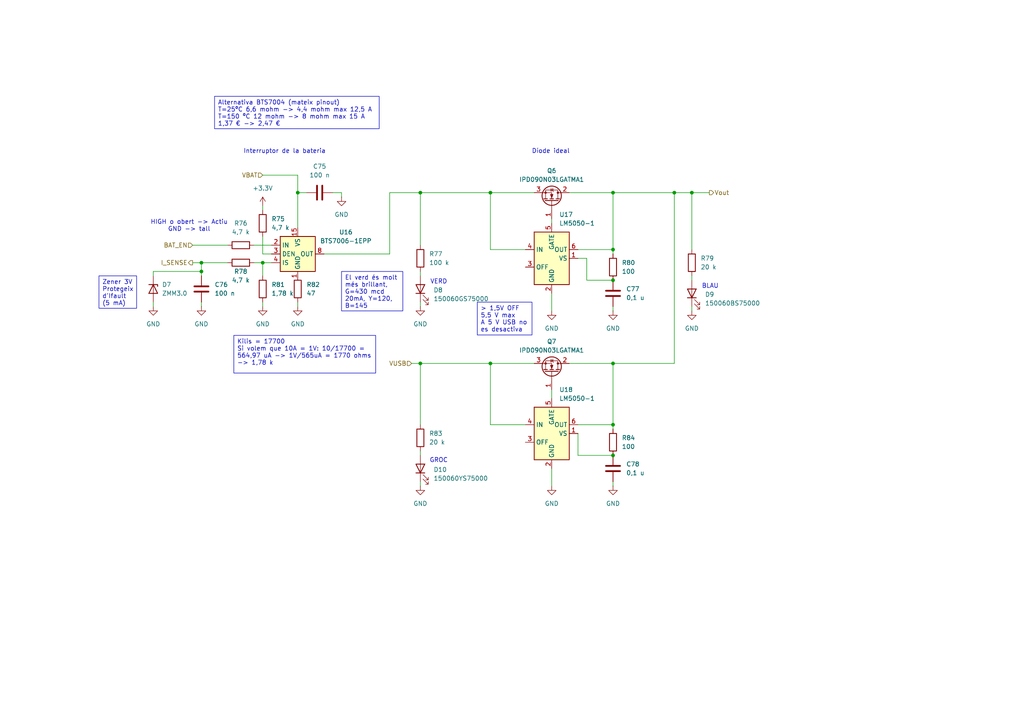
<source format=kicad_sch>
(kicad_sch (version 20231120) (generator "eeschema") (generator_version "8.0")
  (paper "A4")
  (lib_symbols
    (symbol "Device:C" (pin_numbers hide) (pin_names (offset 0.254))
      (property "Reference" "C" (at 0.635 2.54 0))
      (property "Value" "C" (at 0.635 -2.54 0))
      (symbol "C_0_1"
        (polyline (pts (xy -2.032 -0.762) (xy 2.032 -0.762)) (stroke (width 0.508)))
        (polyline (pts (xy -2.032 0.762) (xy 2.032 0.762)) (stroke (width 0.508)))
      )
      (symbol "C_1_1"
        (pin passive line (at 0 3.81 270) (length 2.794) (name "~") (number "1"))
        (pin passive line (at 0 -3.81 90) (length 2.794) (name "~") (number "2"))
      )
    )
    (symbol "Device:LED" (pin_numbers hide) (pin_names (offset 1.016) hide)
      (property "Reference" "D" (at 0 2.54 0))
      (property "Value" "LED" (at 0 -2.54 0))
      (symbol "LED_0_1"
        (polyline (pts (xy -1.27 -1.27) (xy -1.27 1.27)) (stroke (width 0.254)))
        (polyline (pts (xy -1.27 0) (xy 1.27 0)))
        (polyline (pts (xy 1.27 -1.27) (xy 1.27 1.27) (xy -1.27 0) (xy 1.27 -1.27)) (stroke (width 0.254)))
        (polyline (pts (xy -3.048 -0.762) (xy -4.572 -2.286) (xy -3.81 -2.286) (xy -4.572 -2.286) (xy -4.572 -1.524)))
        (polyline (pts (xy -1.778 -0.762) (xy -3.302 -2.286) (xy -2.54 -2.286) (xy -3.302 -2.286) (xy -3.302 -1.524)))
      )
      (symbol "LED_1_1"
        (pin passive line (at -3.81 0 0) (length 2.54) (name "K") (number "1"))
        (pin passive line (at 3.81 0 180) (length 2.54) (name "A") (number "2"))
      )
    )
    (symbol "Device:R" (pin_numbers hide) (pin_names (offset 0))
      (property "Reference" "R" (at 2.032 0 90))
      (property "Value" "R" (at 0 0 90))
      (symbol "R_0_1"
        (rectangle (start -1.016 -2.54) (end 1.016 2.54) (stroke (width 0.254)))
      )
      (symbol "R_1_1"
        (pin passive line (at 0 3.81 270) (length 1.27) (name "~") (number "1"))
        (pin passive line (at 0 -3.81 90) (length 1.27) (name "~") (number "2"))
      )
    )
    (symbol "Diode:ZMMxx" (pin_numbers hide) (pin_names hide)
      (property "Reference" "D" (at 0 2.54 0))
      (property "Value" "ZMMxx" (at 0 -2.54 0))
      (symbol "ZMMxx_0_1"
        (polyline (pts (xy 1.27 0) (xy -1.27 0)))
        (polyline (pts (xy -1.27 -1.27) (xy -1.27 1.27) (xy -0.762 1.27)) (stroke (width 0.254)))
        (polyline (pts (xy 1.27 -1.27) (xy 1.27 1.27) (xy -1.27 0) (xy 1.27 -1.27)) (stroke (width 0.254)))
      )
      (symbol "ZMMxx_1_1"
        (pin passive line (at -3.81 0 0) (length 2.54) (name "K") (number "1"))
        (pin passive line (at 3.81 0 180) (length 2.54) (name "A") (number "2"))
      )
    )
    (symbol "Power_Management:BTS7004-1EPP"
      (property "Reference" "U" (at -3.81 6.35 0))
      (property "Value" "BTS7004-1EPP" (at 7.62 6.35 0))
      (symbol "BTS7004-1EPP_0_1"
        (rectangle (start -5.08 5.08) (end 5.08 -5.08) (stroke (width 0.254)) (fill (type background)))
      )
      (symbol "BTS7004-1EPP_1_1"
        (pin power_in line (at 0 -7.62 90) (length 2.54) (name "GND") (number "1"))
        (pin passive line (at 7.62 0 180) (length 2.54) hide (name "OUT") (number "10"))
        (pin no_connect line (at 5.08 -5.08 180) (length 2.54) hide (name "NC") (number "11"))
        (pin passive line (at 7.62 0 180) (length 2.54) hide (name "OUT") (number "12"))
        (pin passive line (at 7.62 0 180) (length 2.54) hide (name "OUT") (number "13"))
        (pin passive line (at 7.62 0 180) (length 2.54) hide (name "OUT") (number "14"))
        (pin power_in line (at 0 7.62 270) (length 2.54) (name "VS") (number "15"))
        (pin input line (at -7.62 2.54 0) (length 2.54) (name "IN") (number "2"))
        (pin input line (at -7.62 0 0) (length 2.54) (name "DEN") (number "3"))
        (pin output line (at -7.62 -2.54 0) (length 2.54) (name "IS") (number "4"))
        (pin no_connect line (at 5.08 5.08 180) (length 2.54) hide (name "NC") (number "5"))
        (pin no_connect line (at 5.08 2.54 180) (length 2.54) hide (name "NC") (number "6"))
        (pin no_connect line (at 5.08 -2.54 180) (length 2.54) hide (name "NC") (number "7"))
        (pin power_out line (at 7.62 0 180) (length 2.54) (name "OUT") (number "8"))
        (pin passive line (at 7.62 0 180) (length 2.54) hide (name "OUT") (number "9"))
      )
    )
    (symbol "Power_Management:LM5050-1"
      (property "Reference" "U" (at -5.08 8.89 0))
      (property "Value" "LM5050-1" (at 1.27 8.89 0))
      (symbol "LM5050-1_0_1"
        (rectangle (start -5.08 7.62) (end 5.08 -7.62) (stroke (width 0.254)) (fill (type background)))
      )
      (symbol "LM5050-1_1_1"
        (pin passive line (at 7.62 0 180) (length 2.54) (name "VS") (number "1"))
        (pin power_in line (at 0 -10.16 90) (length 2.54) (name "GND") (number "2"))
        (pin input line (at -7.62 -2.54 0) (length 2.54) (name "OFF") (number "3"))
        (pin input line (at -7.62 2.54 0) (length 2.54) (name "IN") (number "4"))
        (pin output line (at 0 10.16 270) (length 2.54) (name "GATE") (number "5"))
        (pin input line (at 7.62 2.54 180) (length 2.54) (name "OUT") (number "6"))
      )
    )
    (symbol "Transistor_FET:IPD50R380CE" (pin_names hide)
      (property "Reference" "Q" (at 5.08 1.905 0))
      (property "Value" "IPD50R380CE" (at 5.08 0 0))
      (symbol "IPD50R380CE_0_1"
        (polyline (pts (xy 0.254 0) (xy -2.54 0)))
        (polyline (pts (xy 0.254 1.905) (xy 0.254 -1.905)) (stroke (width 0.254)))
        (polyline (pts (xy 0.762 -1.27) (xy 0.762 -2.286)) (stroke (width 0.254)))
        (polyline (pts (xy 0.762 0.508) (xy 0.762 -0.508)) (stroke (width 0.254)))
        (polyline (pts (xy 0.762 2.286) (xy 0.762 1.27)) (stroke (width 0.254)))
        (polyline (pts (xy 2.54 2.54) (xy 2.54 1.778)))
        (polyline (pts (xy 2.54 -2.54) (xy 2.54 0) (xy 0.762 0)))
        (polyline (pts (xy 0.762 -1.778) (xy 3.302 -1.778) (xy 3.302 1.778) (xy 0.762 1.778)))
        (polyline (pts (xy 1.016 0) (xy 2.032 0.381) (xy 2.032 -0.381) (xy 1.016 0)) (fill (type outline)))
        (polyline (pts (xy 2.794 0.508) (xy 2.921 0.381) (xy 3.683 0.381) (xy 3.81 0.254)))
        (polyline (pts (xy 3.302 0.381) (xy 2.921 -0.254) (xy 3.683 -0.254) (xy 3.302 0.381)))
        (circle (center 1.651 0) (radius 2.794) (stroke (width 0.254)))
        (circle (center 2.54 -1.778) (radius 0.254) (fill (type outline)))
        (circle (center 2.54 1.778) (radius 0.254) (fill (type outline)))
      )
      (symbol "IPD50R380CE_1_1"
        (pin input line (at -5.08 0 0) (length 2.54) (name "G") (number "1"))
        (pin passive line (at 2.54 5.08 270) (length 2.54) (name "D") (number "2"))
        (pin passive line (at 2.54 -5.08 90) (length 2.54) (name "S") (number "3"))
      )
    )
    (symbol "power:+3.3V" (power) (pin_numbers hide) (pin_names (offset 0) hide)
      (property "Value" "+3.3V" (at 0 3.556 0))
      (symbol "+3.3V_0_1"
        (polyline (pts (xy -0.762 1.27) (xy 0 2.54)))
        (polyline (pts (xy 0 0) (xy 0 2.54)))
        (polyline (pts (xy 0 2.54) (xy 0.762 1.27)))
      )
      (symbol "+3.3V_1_1"
        (pin power_in line (at 0 0 90) (length 0) (name "~") (number "1"))
      )
    )
    (symbol "power:GND" (power) (pin_numbers hide) (pin_names (offset 0) hide)
      (property "Value" "GND" (at 0 -3.81 0))
      (symbol "GND_0_1"
        (polyline (pts (xy 0 0) (xy 0 -1.27) (xy 1.27 -1.27) (xy 0 -2.54) (xy -1.27 -1.27) (xy 0 -1.27)))
      )
      (symbol "GND_1_1"
        (pin power_in line (at 0 0 270) (length 0) (name "~") (number "1"))
      )
    )
  )
  (junction (at 177.8 55.88))
  (junction (at 121.92 55.88))
  (junction (at 76.2 76.2))
  (junction (at 177.8 81.28))
  (junction (at 177.8 105.41))
  (junction (at 177.8 123.19))
  (junction (at 58.42 76.2))
  (junction (at 177.8 72.39))
  (junction (at 177.8 132.08))
  (junction (at 58.42 78.74))
  (junction (at 121.92 105.41))
  (junction (at 200.66 55.88))
  (junction (at 195.58 55.88))
  (junction (at 86.36 55.88))
  (junction (at 142.24 55.88))
  (junction (at 142.24 105.41))
  (wire (pts (xy 154.94 55.88) (xy 142.24 55.88)))
  (wire (pts (xy 121.92 78.74) (xy 121.92 80.01)))
  (wire (pts (xy 177.8 55.88) (xy 195.58 55.88)))
  (wire (pts (xy 44.45 88.9) (xy 44.45 87.63)))
  (wire (pts (xy 142.24 55.88) (xy 142.24 72.39)))
  (wire (pts (xy 58.42 87.63) (xy 58.42 88.9)))
  (wire (pts (xy 142.24 105.41) (xy 142.24 123.19)))
  (wire (pts (xy 86.36 87.63) (xy 86.36 88.9)))
  (wire (pts (xy 170.18 74.93) (xy 170.18 81.28)))
  (wire (pts (xy 160.02 63.5) (xy 160.02 64.77)))
  (wire (pts (xy 76.2 50.8) (xy 86.36 50.8)))
  (wire (pts (xy 167.64 125.73) (xy 167.64 132.08)))
  (wire (pts (xy 160.02 85.09) (xy 160.02 90.17)))
  (wire (pts (xy 177.8 123.19) (xy 167.64 123.19)))
  (wire (pts (xy 121.92 130.81) (xy 121.92 132.08)))
  (wire (pts (xy 177.8 72.39) (xy 167.64 72.39)))
  (wire (pts (xy 99.06 55.88) (xy 99.06 57.15)))
  (wire (pts (xy 86.36 50.8) (xy 86.36 55.88)))
  (wire (pts (xy 200.66 55.88) (xy 205.74 55.88)))
  (wire (pts (xy 44.45 78.74) (xy 58.42 78.74)))
  (wire (pts (xy 113.03 55.88) (xy 121.92 55.88)))
  (wire (pts (xy 177.8 72.39) (xy 177.8 73.66)))
  (wire (pts (xy 58.42 76.2) (xy 58.42 78.74)))
  (wire (pts (xy 177.8 88.9) (xy 177.8 90.17)))
  (wire (pts (xy 200.66 72.39) (xy 200.66 55.88)))
  (wire (pts (xy 177.8 55.88) (xy 177.8 72.39)))
  (wire (pts (xy 165.1 105.41) (xy 177.8 105.41)))
  (wire (pts (xy 195.58 55.88) (xy 195.58 105.41)))
  (wire (pts (xy 121.92 55.88) (xy 121.92 71.12)))
  (wire (pts (xy 167.64 132.08) (xy 177.8 132.08)))
  (wire (pts (xy 58.42 78.74) (xy 58.42 80.01)))
  (wire (pts (xy 113.03 73.66) (xy 113.03 55.88)))
  (wire (pts (xy 93.98 73.66) (xy 113.03 73.66)))
  (wire (pts (xy 55.88 71.12) (xy 66.04 71.12)))
  (wire (pts (xy 121.92 105.41) (xy 142.24 105.41)))
  (wire (pts (xy 119.38 105.41) (xy 121.92 105.41)))
  (wire (pts (xy 86.36 55.88) (xy 88.9 55.88)))
  (wire (pts (xy 177.8 123.19) (xy 177.8 124.46)))
  (wire (pts (xy 96.52 55.88) (xy 99.06 55.88)))
  (wire (pts (xy 195.58 105.41) (xy 177.8 105.41)))
  (wire (pts (xy 73.66 76.2) (xy 76.2 76.2)))
  (wire (pts (xy 170.18 81.28) (xy 177.8 81.28)))
  (wire (pts (xy 76.2 87.63) (xy 76.2 88.9)))
  (wire (pts (xy 76.2 59.69) (xy 76.2 60.96)))
  (wire (pts (xy 165.1 55.88) (xy 177.8 55.88)))
  (wire (pts (xy 86.36 55.88) (xy 86.36 66.04)))
  (wire (pts (xy 121.92 87.63) (xy 121.92 88.9)))
  (wire (pts (xy 167.64 74.93) (xy 170.18 74.93)))
  (wire (pts (xy 160.02 135.89) (xy 160.02 140.97)))
  (wire (pts (xy 177.8 139.7) (xy 177.8 140.97)))
  (wire (pts (xy 76.2 68.58) (xy 76.2 73.66)))
  (wire (pts (xy 177.8 105.41) (xy 177.8 123.19)))
  (wire (pts (xy 44.45 80.01) (xy 44.45 78.74)))
  (wire (pts (xy 121.92 55.88) (xy 142.24 55.88)))
  (wire (pts (xy 160.02 113.03) (xy 160.02 115.57)))
  (wire (pts (xy 121.92 105.41) (xy 121.92 123.19)))
  (wire (pts (xy 66.04 76.2) (xy 58.42 76.2)))
  (wire (pts (xy 86.36 80.01) (xy 86.36 81.28)))
  (wire (pts (xy 154.94 105.41) (xy 142.24 105.41)))
  (wire (pts (xy 142.24 123.19) (xy 152.4 123.19)))
  (wire (pts (xy 76.2 76.2) (xy 78.74 76.2)))
  (wire (pts (xy 195.58 55.88) (xy 200.66 55.88)))
  (wire (pts (xy 121.92 139.7) (xy 121.92 140.97)))
  (wire (pts (xy 55.88 76.2) (xy 58.42 76.2)))
  (wire (pts (xy 73.66 71.12) (xy 78.74 71.12)))
  (wire (pts (xy 142.24 72.39) (xy 152.4 72.39)))
  (wire (pts (xy 200.66 80.01) (xy 200.66 81.28)))
  (wire (pts (xy 76.2 76.2) (xy 76.2 80.01)))
  (wire (pts (xy 76.2 73.66) (xy 78.74 73.66)))
  (wire (pts (xy 200.66 88.9) (xy 200.66 90.17)))
  (text_box "Alternativa BTS7004 (mateix pinout)\nT=25ºC 6,6 mohm -> 4,4 mohm max 12,5 A\nT=150 ºC 12 mohm -> 8 mohm max 15 A\n1,37 € -> 2,47 €" (at 62.23 27.94 0) (size 47.752 9.398) (effects (font (size 1.27 1.27)) (justify left top)))
  (text_box "> 1,5V OFF 5,5 V max\nA 5 V USB no es desactiva" (at 138.43 87.63 0) (size 15.875 9.525) (effects (font (size 1.27 1.27)) (justify left top)))
  (text_box "Zener 3V\nProtegeix\nd'Ifault\n(5 mA)" (at 28.702 80.01 0) (size 10.922 9.398) (effects (font (size 1.27 1.27)) (justify left top)))
  (text_box "El verd és molt més brillant, G=430 mcd 20mA, Y=120, B=145" (at 99.06 78.74 0) (size 17.78 11.43) (effects (font (size 1.27 1.27)) (justify left top)))
  (text_box "Kilis = 17700\nSi volem que 10A = 1V: 10/17700 = 564,97 uA -> 1V/565uA = 1770 ohms -> 1,78 k" (at 67.818 97.282 0) (size 41.148 10.922) (effects (font (size 1.27 1.27)) (justify left top)))
  (text "BLAU" (at 205.994 83.058 0) (effects (font (size 1.27 1.27))))
  (text "VERD" (at 127.254 81.788 0) (effects (font (size 1.27 1.27))))
  (text "Interruptor de la bateria" (at 82.55 43.942 0) (effects (font (size 1.27 1.27))))
  (text "Díode ideal" (at 159.766 43.942 0) (effects (font (size 1.27 1.27))))
  (text "GROC" (at 127.254 133.604 0) (effects (font (size 1.27 1.27))))
  (text "HIGH o obert -> Actiu\nGND -> tall" (at 54.864 65.532 0) (effects (font (size 1.27 1.27))))
  (hierarchical_label "VBAT" (shape input) (at 76.2 50.8 180))
  (hierarchical_label "I_SENSE" (shape output) (at 55.88 76.2 180))
  (hierarchical_label "Vout" (shape output) (at 205.74 55.88 0))
  (hierarchical_label "BAT_EN" (shape input) (at 55.88 71.12 180))
  (hierarchical_label "VUSB" (shape input) (at 119.38 105.41 180))
  (symbol (lib_id "power:GND") (at 177.8 90.17 0) (unit 1)
    (property "Reference" "#PWR0141" (effects (hide yes)))
    (property "Value" "GND" (at 177.8 95.25 0))
    (property "Description" "Power symbol creates a global label with name \"GND\" , ground" (effects (hide yes)))
  )
  (symbol (lib_id "Power_Management:BTS7004-1EPP") (at 86.36 73.66 0) (unit 1)
    (property "Reference" "U16" (at 100.33 67.3414 0))
    (property "Value" "BTS7006-1EPP" (at 100.33 69.8814 0))
    (property "Footprint" "Package_SO:Infineon_PG-TSDSO-14-22" (effects (hide yes)))
    (property "Datasheet" "https://www.infineon.com/dgdl/Infineon-BTS7004-1EPP-DS-v01_00-EN.pdf?fileId=5546d4626102d35a016147550a725555" (effects (hide yes)))
    (property "Description" "Smart High-Side Power Switch, PROFET, One Channel, 12V, 15A, Rds(on) 4.4mΩ, PG-TSDSO-14-22" (effects (hide yes)))
  )
  (symbol (lib_id "Device:LED") (at 200.66 85.09 90) (unit 1)
    (property "Reference" "D9" (at 204.47 85.4074 90) (effects (justify right)))
    (property "Value" "150060BS75000" (at 204.47 87.9474 90) (effects (justify right)))
    (property "Footprint" "LED_SMD:LED_0603_1608Metric_Pad1.05x0.95mm_HandSolder" (effects (hide yes)))
    (property "Description" "Light emitting diode" (effects (hide yes)))
  )
  (symbol (lib_id "power:GND") (at 86.36 88.9 0) (unit 1)
    (property "Reference" "#PWR0138" (effects (hide yes)))
    (property "Value" "GND" (at 86.36 93.98 0))
    (property "Description" "Power symbol creates a global label with name \"GND\" , ground" (effects (hide yes)))
  )
  (symbol (lib_id "Transistor_FET:IPD50R380CE") (at 160.02 58.42 270) (mirror x) (unit 1)
    (property "Reference" "Q6" (at 160.02 49.53 90))
    (property "Value" "IPD090N03LGATMA1" (at 160.02 52.07 90))
    (property "Footprint" "Package_TO_SOT_SMD:TO-252-2" (effects (hide yes)))
  )
  (symbol (lib_id "Device:R") (at 177.8 77.47 180) (unit 1)
    (property "Reference" "R80" (at 180.34 76.1999 0) (effects (justify right)))
    (property "Value" "100" (at 180.34 78.7399 0) (effects (justify right)))
    (property "Footprint" "Resistor_SMD:R_0603_1608Metric_Pad0.98x0.95mm_HandSolder" (effects (hide yes)))
    (property "Description" "Resistor" (effects (hide yes)))
  )
  (symbol (lib_id "Device:R") (at 76.2 83.82 0) (unit 1)
    (property "Reference" "R81" (at 78.74 82.5499 0) (effects (justify left)))
    (property "Value" "1,78 k" (at 78.74 85.0899 0) (effects (justify left)))
    (property "Footprint" "Resistor_SMD:R_0603_1608Metric_Pad0.98x0.95mm_HandSolder" (effects (hide yes)))
    (property "Description" "Resistor" (effects (hide yes)))
  )
  (symbol (lib_id "Device:C") (at 58.42 83.82 0) (unit 1)
    (property "Reference" "C76" (at 62.23 82.5499 0) (effects (justify left)))
    (property "Value" "100 n" (at 62.23 85.0899 0) (effects (justify left)))
    (property "Footprint" "Capacitor_SMD:C_0603_1608Metric_Pad1.08x0.95mm_HandSolder" (effects (hide yes)))
    (property "Description" "Unpolarized capacitor" (effects (hide yes)))
  )
  (symbol (lib_id "Device:LED") (at 121.92 135.89 90) (unit 1)
    (property "Reference" "D10" (at 125.73 136.2074 90) (effects (justify right)))
    (property "Value" "150060YS75000" (at 125.73 138.7474 90) (effects (justify right)))
    (property "Footprint" "LED_SMD:LED_0603_1608Metric_Pad1.05x0.95mm_HandSolder" (effects (hide yes)))
    (property "Description" "Light emitting diode" (effects (hide yes)))
  )
  (symbol (lib_id "Device:R") (at 177.8 128.27 180) (unit 1)
    (property "Reference" "R84" (at 180.34 126.9999 0) (effects (justify right)))
    (property "Value" "100" (at 180.34 129.5399 0) (effects (justify right)))
    (property "Footprint" "Resistor_SMD:R_0603_1608Metric_Pad0.98x0.95mm_HandSolder" (effects (hide yes)))
    (property "Description" "Resistor" (effects (hide yes)))
  )
  (symbol (lib_id "Device:R") (at 121.92 127 0) (unit 1)
    (property "Reference" "R83" (at 124.46 125.7299 0) (effects (justify left)))
    (property "Value" "20 k" (at 124.46 128.2699 0) (effects (justify left)))
    (property "Footprint" "Resistor_SMD:R_0603_1608Metric_Pad0.98x0.95mm_HandSolder" (effects (hide yes)))
    (property "Description" "Resistor" (effects (hide yes)))
  )
  (symbol (lib_id "power:GND") (at 99.06 57.15 0) (unit 1)
    (property "Reference" "#PWR0133" (effects (hide yes)))
    (property "Value" "GND" (at 99.06 62.23 0))
    (property "Description" "Power symbol creates a global label with name \"GND\" , ground" (effects (hide yes)))
  )
  (symbol (lib_id "Power_Management:LM5050-1") (at 160.02 125.73 0) (unit 1)
    (property "Reference" "U18" (at 162.2141 113.03 0) (effects (justify left)))
    (property "Value" "LM5050-1" (at 162.2141 115.57 0) (effects (justify left)))
    (property "Footprint" "Package_TO_SOT_SMD:TSOT-23-6" (effects (hide yes)))
    (property "Datasheet" "http://www.ti.com/lit/ds/symlink/lm5050-1-q1.pdf" (effects (hide yes)))
    (property "Description" "High side OR-ing FET controller, 5V to 75V operation, TSOT-23-6" (effects (hide yes)))
  )
  (symbol (lib_id "power:+3.3V") (at 76.2 59.69 0) (unit 1)
    (property "Reference" "#PWR0134" (effects (hide yes)))
    (property "Value" "+3.3V" (at 76.2 54.61 0))
    (property "Description" "Power symbol creates a global label with name \"+3.3V\"" (effects (hide yes)))
  )
  (symbol (lib_id "power:GND") (at 177.8 140.97 0) (unit 1)
    (property "Reference" "#PWR0145" (effects (hide yes)))
    (property "Value" "GND" (at 177.8 146.05 0))
    (property "Description" "Power symbol creates a global label with name \"GND\" , ground" (effects (hide yes)))
  )
  (symbol (lib_id "Device:R") (at 200.66 76.2 0) (unit 1)
    (property "Reference" "R79" (at 203.2 74.9299 0) (effects (justify left)))
    (property "Value" "20 k" (at 203.2 77.4699 0) (effects (justify left)))
    (property "Footprint" "Resistor_SMD:R_0603_1608Metric_Pad0.98x0.95mm_HandSolder" (effects (hide yes)))
    (property "Description" "Resistor" (effects (hide yes)))
  )
  (symbol (lib_id "power:GND") (at 200.66 90.17 0) (unit 1)
    (property "Reference" "#PWR0142" (effects (hide yes)))
    (property "Value" "GND" (at 200.66 95.25 0))
    (property "Description" "Power symbol creates a global label with name \"GND\" , ground" (effects (hide yes)))
  )
  (symbol (lib_id "Transistor_FET:IPD50R380CE") (at 160.02 107.95 270) (mirror x) (unit 1)
    (property "Reference" "Q7" (at 160.02 99.06 90))
    (property "Value" "IPD090N03LGATMA1" (at 160.02 101.6 90))
    (property "Footprint" "Package_TO_SOT_SMD:TO-252-2" (effects (hide yes)))
  )
  (symbol (lib_id "Device:R") (at 121.92 74.93 0) (unit 1)
    (property "Reference" "R77" (at 124.46 73.6599 0) (effects (justify left)))
    (property "Value" "100 k" (at 124.46 76.1999 0) (effects (justify left)))
    (property "Footprint" "Resistor_SMD:R_0603_1608Metric_Pad0.98x0.95mm_HandSolder" (effects (hide yes)))
    (property "Description" "Resistor" (effects (hide yes)))
  )
  (symbol (lib_id "Power_Management:LM5050-1") (at 160.02 74.93 0) (unit 1)
    (property "Reference" "U17" (at 162.2141 62.23 0) (effects (justify left)))
    (property "Value" "LM5050-1" (at 162.2141 64.77 0) (effects (justify left)))
    (property "Footprint" "Package_TO_SOT_SMD:TSOT-23-6" (effects (hide yes)))
    (property "Datasheet" "http://www.ti.com/lit/ds/symlink/lm5050-1-q1.pdf" (effects (hide yes)))
    (property "Description" "High side OR-ing FET controller, 5V to 75V operation, TSOT-23-6" (effects (hide yes)))
  )
  (symbol (lib_id "power:GND") (at 58.42 88.9 0) (unit 1)
    (property "Reference" "#PWR0136" (effects (hide yes)))
    (property "Value" "GND" (at 58.42 93.98 0))
    (property "Description" "Power symbol creates a global label with name \"GND\" , ground" (effects (hide yes)))
  )
  (symbol (lib_id "power:GND") (at 160.02 140.97 0) (unit 1)
    (property "Reference" "#PWR0144" (effects (hide yes)))
    (property "Value" "GND" (at 160.02 146.05 0))
    (property "Description" "Power symbol creates a global label with name \"GND\" , ground" (effects (hide yes)))
  )
  (symbol (lib_id "power:GND") (at 121.92 140.97 0) (unit 1)
    (property "Reference" "#PWR0143" (effects (hide yes)))
    (property "Value" "GND" (at 121.92 146.05 0))
    (property "Description" "Power symbol creates a global label with name \"GND\" , ground" (effects (hide yes)))
  )
  (symbol (lib_id "Device:R") (at 69.85 71.12 90) (unit 1)
    (property "Reference" "R76" (at 69.85 64.77 90))
    (property "Value" "4,7 k" (at 69.85 67.31 90))
    (property "Footprint" "Resistor_SMD:R_0603_1608Metric_Pad0.98x0.95mm_HandSolder" (effects (hide yes)))
    (property "Description" "Resistor" (effects (hide yes)))
  )
  (symbol (lib_id "Device:LED") (at 121.92 83.82 90) (unit 1)
    (property "Reference" "D8" (at 125.73 84.1374 90) (effects (justify right)))
    (property "Value" "150060GS75000" (at 125.73 86.6774 90) (effects (justify right)))
    (property "Footprint" "LED_SMD:LED_0603_1608Metric_Pad1.05x0.95mm_HandSolder" (effects (hide yes)))
    (property "Description" "Light emitting diode" (effects (hide yes)))
  )
  (symbol (lib_id "Device:R") (at 69.85 76.2 90) (unit 1)
    (property "Reference" "R78" (at 69.85 78.74 90))
    (property "Value" "4,7 k" (at 69.85 81.28 90))
    (property "Footprint" "Resistor_SMD:R_0603_1608Metric_Pad0.98x0.95mm_HandSolder" (effects (hide yes)))
    (property "Description" "Resistor" (effects (hide yes)))
  )
  (symbol (lib_id "power:GND") (at 44.45 88.9 0) (unit 1)
    (property "Reference" "#PWR0135" (effects (hide yes)))
    (property "Value" "GND" (at 44.45 93.98 0))
    (property "Description" "Power symbol creates a global label with name \"GND\" , ground" (effects (hide yes)))
  )
  (symbol (lib_id "power:GND") (at 121.92 88.9 0) (unit 1)
    (property "Reference" "#PWR0139" (effects (hide yes)))
    (property "Value" "GND" (at 121.92 93.98 0))
    (property "Description" "Power symbol creates a global label with name \"GND\" , ground" (effects (hide yes)))
  )
  (symbol (lib_id "Device:R") (at 86.36 83.82 0) (unit 1)
    (property "Reference" "R82" (at 88.9 82.5499 0) (effects (justify left)))
    (property "Value" "47" (at 88.9 85.0899 0) (effects (justify left)))
    (property "Footprint" "Resistor_SMD:R_0603_1608Metric_Pad0.98x0.95mm_HandSolder" (effects (hide yes)))
    (property "Description" "Resistor" (effects (hide yes)))
  )
  (symbol (lib_id "Device:C") (at 92.71 55.88 90) (unit 1)
    (property "Reference" "C75" (at 92.71 48.26 90))
    (property "Value" "100 n" (at 92.71 50.8 90))
    (property "Footprint" "Capacitor_SMD:C_0603_1608Metric_Pad1.08x0.95mm_HandSolder" (effects (hide yes)))
    (property "Description" "Unpolarized capacitor" (effects (hide yes)))
  )
  (symbol (lib_id "Device:C") (at 177.8 135.89 0) (unit 1)
    (property "Reference" "C78" (at 181.61 134.6199 0) (effects (justify left)))
    (property "Value" "0,1 u" (at 181.61 137.1599 0) (effects (justify left)))
    (property "Footprint" "Capacitor_SMD:C_0603_1608Metric_Pad1.08x0.95mm_HandSolder" (effects (hide yes)))
    (property "Description" "Unpolarized capacitor" (effects (hide yes)))
  )
  (symbol (lib_id "Device:C") (at 177.8 85.09 0) (unit 1)
    (property "Reference" "C77" (at 181.61 83.8199 0) (effects (justify left)))
    (property "Value" "0,1 u" (at 181.61 86.3599 0) (effects (justify left)))
    (property "Footprint" "Capacitor_SMD:C_0603_1608Metric_Pad1.08x0.95mm_HandSolder" (effects (hide yes)))
    (property "Description" "Unpolarized capacitor" (effects (hide yes)))
  )
  (symbol (lib_id "power:GND") (at 76.2 88.9 0) (unit 1)
    (property "Reference" "#PWR0137" (effects (hide yes)))
    (property "Value" "GND" (at 76.2 93.98 0))
    (property "Description" "Power symbol creates a global label with name \"GND\" , ground" (effects (hide yes)))
  )
  (symbol (lib_id "Device:R") (at 76.2 64.77 0) (unit 1)
    (property "Reference" "R75" (at 78.74 63.4999 0) (effects (justify left)))
    (property "Value" "4,7 k" (at 78.74 66.0399 0) (effects (justify left)))
    (property "Footprint" "Resistor_SMD:R_0603_1608Metric_Pad0.98x0.95mm_HandSolder" (effects (hide yes)))
    (property "Description" "Resistor" (effects (hide yes)))
  )
  (symbol (lib_id "power:GND") (at 160.02 90.17 0) (unit 1)
    (property "Reference" "#PWR0140" (effects (hide yes)))
    (property "Value" "GND" (at 160.02 95.25 0))
    (property "Description" "Power symbol creates a global label with name \"GND\" , ground" (effects (hide yes)))
  )
  (symbol (lib_id "Diode:ZMMxx") (at 44.45 83.82 270) (unit 1)
    (property "Reference" "D7" (at 46.99 82.5499 90) (effects (justify left)))
    (property "Value" "ZMM3.0" (at 46.99 85.0899 90) (effects (justify left)))
    (property "Footprint" "Diode_SMD:D_MiniMELF" (effects (hide yes)))
    (property "Datasheet" "https://diotec.com/tl_files/diotec/files/pdf/datasheets/zmm1.pdf" (effects (hide yes)))
    (property "Description" "500mW Zener Diode, MiniMELF" (effects (hide yes)))
  )
)
</source>
